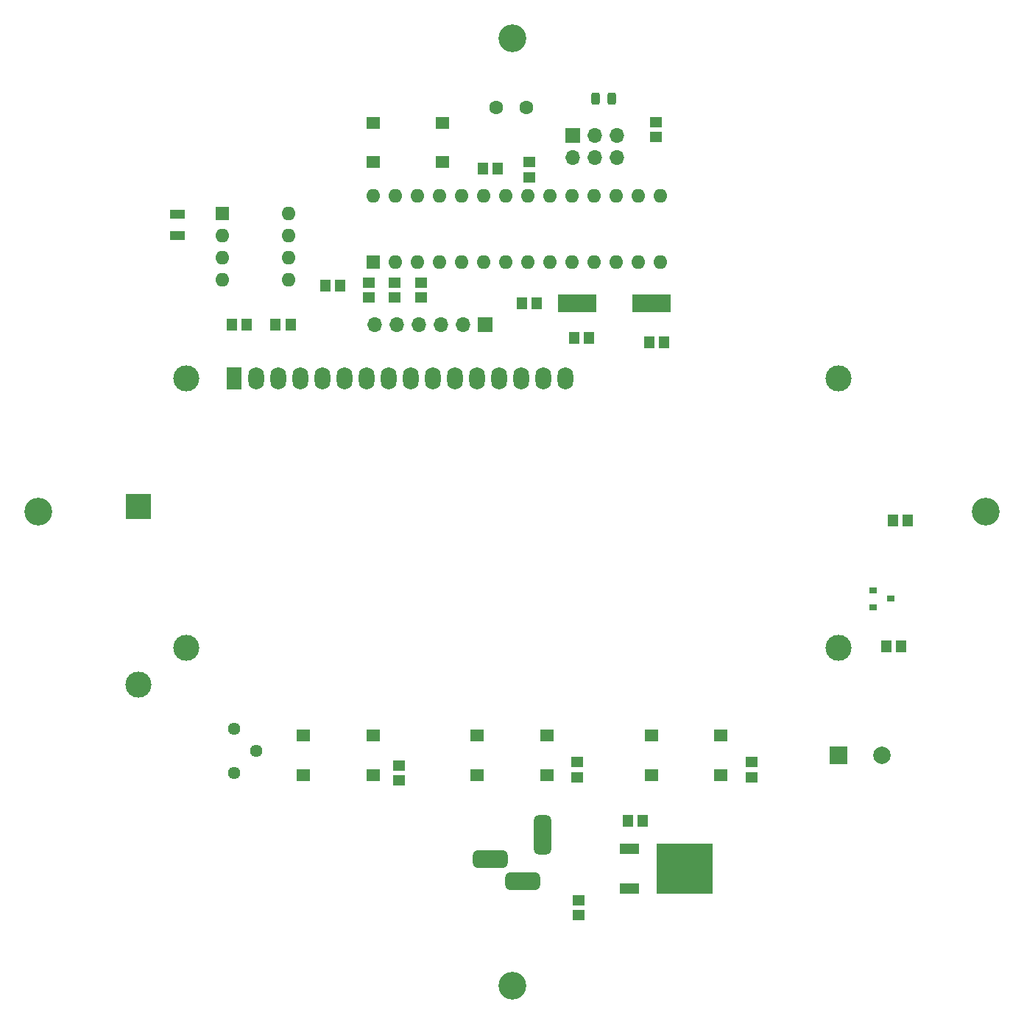
<source format=gbr>
%TF.GenerationSoftware,KiCad,Pcbnew,(6.0.5)*%
%TF.CreationDate,2022-07-26T12:17:50-04:00*%
%TF.ProjectId,Clock_design,436c6f63-6b5f-4646-9573-69676e2e6b69,rev?*%
%TF.SameCoordinates,PX56c8cc0PY97a25c0*%
%TF.FileFunction,Soldermask,Top*%
%TF.FilePolarity,Negative*%
%FSLAX46Y46*%
G04 Gerber Fmt 4.6, Leading zero omitted, Abs format (unit mm)*
G04 Created by KiCad (PCBNEW (6.0.5)) date 2022-07-26 12:17:50*
%MOMM*%
%LPD*%
G01*
G04 APERTURE LIST*
G04 Aperture macros list*
%AMRoundRect*
0 Rectangle with rounded corners*
0 $1 Rounding radius*
0 $2 $3 $4 $5 $6 $7 $8 $9 X,Y pos of 4 corners*
0 Add a 4 corners polygon primitive as box body*
4,1,4,$2,$3,$4,$5,$6,$7,$8,$9,$2,$3,0*
0 Add four circle primitives for the rounded corners*
1,1,$1+$1,$2,$3*
1,1,$1+$1,$4,$5*
1,1,$1+$1,$6,$7*
1,1,$1+$1,$8,$9*
0 Add four rect primitives between the rounded corners*
20,1,$1+$1,$2,$3,$4,$5,0*
20,1,$1+$1,$4,$5,$6,$7,0*
20,1,$1+$1,$6,$7,$8,$9,0*
20,1,$1+$1,$8,$9,$2,$3,0*%
G04 Aperture macros list end*
%ADD10C,3.200000*%
%ADD11R,1.600000X1.400000*%
%ADD12R,1.150000X1.400000*%
%ADD13R,1.400000X1.150000*%
%ADD14R,0.900000X0.800000*%
%ADD15R,1.600000X1.600000*%
%ADD16O,1.600000X1.600000*%
%ADD17R,2.200000X1.200000*%
%ADD18R,6.400000X5.800000*%
%ADD19RoundRect,0.243750X0.243750X0.456250X-0.243750X0.456250X-0.243750X-0.456250X0.243750X-0.456250X0*%
%ADD20C,1.600000*%
%ADD21C,1.440000*%
%ADD22R,2.000000X2.000000*%
%ADD23C,2.000000*%
%ADD24C,3.000000*%
%ADD25R,1.800000X2.600000*%
%ADD26O,1.800000X2.600000*%
%ADD27R,4.500000X2.000000*%
%ADD28R,1.800000X1.000000*%
%ADD29RoundRect,0.500000X0.500000X-1.750000X0.500000X1.750000X-0.500000X1.750000X-0.500000X-1.750000X0*%
%ADD30RoundRect,0.500000X1.500000X0.500000X-1.500000X0.500000X-1.500000X-0.500000X1.500000X-0.500000X0*%
%ADD31R,1.700000X1.700000*%
%ADD32O,1.700000X1.700000*%
%ADD33R,3.000000X3.000000*%
G04 APERTURE END LIST*
D10*
%TO.C,H4*%
X4500000Y59000000D03*
%TD*%
D11*
%TO.C,SW4*%
X43000000Y103750000D03*
X51000000Y103750000D03*
X43000000Y99250000D03*
X51000000Y99250000D03*
%TD*%
%TO.C,SW1*%
X55000000Y33250000D03*
X63000000Y33250000D03*
X55000000Y28750000D03*
X63000000Y28750000D03*
%TD*%
D12*
%TO.C,R3*%
X31800000Y80500000D03*
X33500000Y80500000D03*
%TD*%
D13*
%TO.C,R13*%
X75500000Y102150000D03*
X75500000Y103850000D03*
%TD*%
D14*
%TO.C,Q1*%
X100500000Y49950000D03*
X100500000Y48050000D03*
X102500000Y49000000D03*
%TD*%
D12*
%TO.C,C5*%
X72300000Y23500000D03*
X74000000Y23500000D03*
%TD*%
D15*
%TO.C,U2*%
X25700000Y93300000D03*
D16*
X25700000Y90760000D03*
X25700000Y88220000D03*
X25700000Y85680000D03*
X33320000Y85680000D03*
X33320000Y88220000D03*
X33320000Y90760000D03*
X33320000Y93300000D03*
%TD*%
D13*
%TO.C,R9*%
X86500000Y30200000D03*
X86500000Y28500000D03*
%TD*%
D12*
%TO.C,R7*%
X55650000Y98500000D03*
X57350000Y98500000D03*
%TD*%
D17*
%TO.C,U3*%
X72525000Y20255000D03*
D18*
X78825000Y17975000D03*
D17*
X72525000Y15695000D03*
%TD*%
D19*
%TO.C,D1*%
X70437500Y106500000D03*
X68562500Y106500000D03*
%TD*%
D20*
%TO.C,R6*%
X60600000Y105500000D03*
X57200000Y105500000D03*
%TD*%
D10*
%TO.C,H2*%
X113500000Y59000000D03*
%TD*%
D13*
%TO.C,C6*%
X66650000Y14350000D03*
X66650000Y12650000D03*
%TD*%
D21*
%TO.C,RV1*%
X27015000Y28960000D03*
X29555000Y31500000D03*
X27015000Y34040000D03*
%TD*%
D22*
%TO.C,BZ1*%
X96500000Y31000000D03*
D23*
X101500000Y31000000D03*
%TD*%
D13*
%TO.C,R12*%
X45500000Y85350000D03*
X45500000Y83650000D03*
%TD*%
D10*
%TO.C,H3*%
X59000000Y4500000D03*
%TD*%
D13*
%TO.C,R10*%
X46000000Y29850000D03*
X46000000Y28150000D03*
%TD*%
%TO.C,C1*%
X61000000Y97500000D03*
X61000000Y99200000D03*
%TD*%
D10*
%TO.C,H1*%
X59000000Y113500000D03*
%TD*%
D12*
%TO.C,R1*%
X37500000Y85000000D03*
X39200000Y85000000D03*
%TD*%
D13*
%TO.C,R11*%
X48500000Y85350000D03*
X48500000Y83650000D03*
%TD*%
D24*
%TO.C,DS1*%
X96500000Y74357500D03*
X96499480Y43356800D03*
X21500900Y43356800D03*
X21500900Y74357500D03*
D25*
X27000000Y74357500D03*
D26*
X29540000Y74357500D03*
X32080000Y74357500D03*
X34620000Y74357500D03*
X37160000Y74357500D03*
X39700000Y74357500D03*
X42240000Y74357500D03*
X44780000Y74357500D03*
X47320000Y74357500D03*
X49860000Y74357500D03*
X52400000Y74357500D03*
X54940000Y74357500D03*
X57480000Y74357500D03*
X60020000Y74357500D03*
X62560000Y74357500D03*
X65100000Y74357500D03*
%TD*%
D12*
%TO.C,R4*%
X102000000Y43500000D03*
X103700000Y43500000D03*
%TD*%
D11*
%TO.C,SW3*%
X35000000Y33250000D03*
X43000000Y33250000D03*
X35000000Y28750000D03*
X43000000Y28750000D03*
%TD*%
D12*
%TO.C,C4*%
X74800000Y78500000D03*
X76500000Y78500000D03*
%TD*%
D11*
%TO.C,SW2*%
X75000000Y33250000D03*
X83000000Y33250000D03*
X75000000Y28750000D03*
X83000000Y28750000D03*
%TD*%
D27*
%TO.C,Y1*%
X75000000Y83000000D03*
X66500000Y83000000D03*
%TD*%
D12*
%TO.C,C2*%
X60150000Y83000000D03*
X61850000Y83000000D03*
%TD*%
%TO.C,R2*%
X26800000Y80500000D03*
X28500000Y80500000D03*
%TD*%
D28*
%TO.C,Y2*%
X20500000Y90750000D03*
X20500000Y93250000D03*
%TD*%
D12*
%TO.C,C3*%
X66150000Y79000000D03*
X67850000Y79000000D03*
%TD*%
%TO.C,R5*%
X102800000Y58000000D03*
X104500000Y58000000D03*
%TD*%
D13*
%TO.C,C7*%
X42500000Y85350000D03*
X42500000Y83650000D03*
%TD*%
%TO.C,R8*%
X66500000Y30200000D03*
X66500000Y28500000D03*
%TD*%
D15*
%TO.C,U1*%
X43000000Y87700000D03*
D16*
X45540000Y87700000D03*
X48080000Y87700000D03*
X50620000Y87700000D03*
X53160000Y87700000D03*
X55700000Y87700000D03*
X58240000Y87700000D03*
X60780000Y87700000D03*
X63320000Y87700000D03*
X65860000Y87700000D03*
X68400000Y87700000D03*
X70940000Y87700000D03*
X73480000Y87700000D03*
X76020000Y87700000D03*
X76020000Y95320000D03*
X73480000Y95320000D03*
X70940000Y95320000D03*
X68400000Y95320000D03*
X65860000Y95320000D03*
X63320000Y95320000D03*
X60780000Y95320000D03*
X58240000Y95320000D03*
X55700000Y95320000D03*
X53160000Y95320000D03*
X50620000Y95320000D03*
X48080000Y95320000D03*
X45540000Y95320000D03*
X43000000Y95320000D03*
%TD*%
D29*
%TO.C,J2*%
X62500000Y21840000D03*
D30*
X60200000Y16540000D03*
X56500000Y19040000D03*
%TD*%
D31*
%TO.C,J1*%
X65975000Y102275000D03*
D32*
X65975000Y99735000D03*
X68515000Y102275000D03*
X68515000Y99735000D03*
X71055000Y102275000D03*
X71055000Y99735000D03*
%TD*%
D31*
%TO.C,J3*%
X55850000Y80500000D03*
D32*
X53310000Y80500000D03*
X50770000Y80500000D03*
X48230000Y80500000D03*
X45690000Y80500000D03*
X43150000Y80500000D03*
%TD*%
D33*
%TO.C,BT1*%
X16000017Y59613686D03*
D24*
X16000017Y39123686D03*
%TD*%
M02*

</source>
